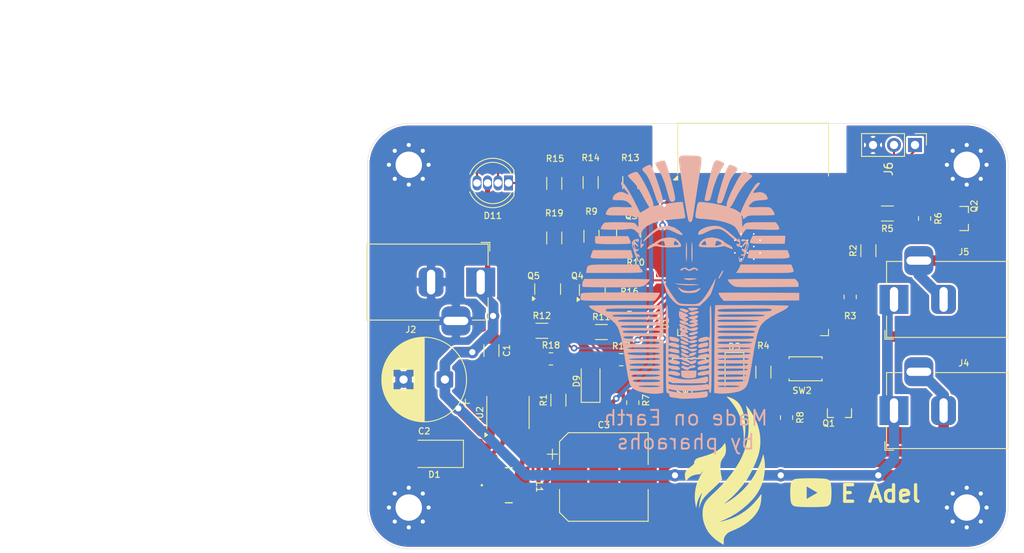
<source format=kicad_pcb>
(kicad_pcb (version 20241229) (generator "pcbnew") (generator_version "9.0")
  (title_block (title "NEON 1M 12V") (date "2025-11-06") (rev "REV1_1"))
  (layers (0 "F.Cu" signal) (2 "B.Cu" signal) (13 "F.Paste" user) (15 "B.Paste" user) (5 "F.SilkS" user "F.Silkscreen") (7 "B.SilkS" user "B.Silkscreen") (1 "F.Mask" user) (3 "B.Mask" user) (25 "Edge.Cuts" user))
  (net 0 "")
  (net 1 "+12V")
  (net 2 "GND")
  (net 3 "+3V3")
  (net 4 "Net-(D1-K)")
  (net 5 "Net-(D5-A)")
  (net 6 "Net-(D9-A)")
  (net 7 "Net-(D11-BK)")
  (net 8 "Net-(D11-RK)")
  (net 9 "Net-(D11-GK)")
  (net 10 "ESP_IO27")
  (net 11 "ESP_IO35")
  (net 12 "ESP_IO25")
  (net 13 "ESP_IO26")
  (net 14 "ESP_EN")
  (net 15 "ESP_IO14")
  (net 16 "ESP_IO33")
  (net 17 "ESP_SVP")
  (net 18 "ESP_IO34")
  (net 19 "ESP_SVN")
  (net 20 "ESP_IO32")
  (net 21 "ESP_IO13")
  (net 22 "ESP_IO12")
  (net 23 "ESP_IO16")
  (net 24 "ESP_IO2")
  (net 25 "ESP_IO22")
  (net 26 "ESP_U0TX")
  (net 27 "ESP_IO5")
  (net 28 "ESP_IO21")
  (net 29 "ESP_IO15")
  (net 30 "ESP_IO4")
  (net 31 "ESP_IO18")
  (net 32 "ESP_IO23")
  (net 33 "ESP_IO19")
  (net 34 "ESP_IO17")
  (net 35 "ESP_IO0")
  (net 36 "ESP_U0RX")
  (net 37 "B_Jack")
  (net 38 "P_Jack")
  (net 39 "Net-(Q1-G)")
  (net 40 "Net-(Q2-G)")
  (net 41 "Net-(Q3-D)")
  (net 42 "Net-(Q3-G)")
  (net 43 "Net-(Q4-D)")
  (net 44 "Net-(Q4-G)")
  (net 45 "Net-(Q5-G)")
  (net 46 "Net-(Q5-D)")
  (net 47 "Net-(R14-Pad2)")
  (net 48 "Net-(R15-Pad2)")
  (footprint "Resistor_SMD:R_0805_2012Metric_Pad1.20x1.40mm_HandSolder" (layer "F.Cu") (at 139.7 58.6)
    (property "Reference" "R17")
    (property "Value" "10k Ohm")
  )
  (footprint "Resistor_SMD:R_1206_3216Metric_Pad1.30x1.75mm_HandSolder" (layer "F.Cu") (at 130.1 55.1)
    (property "Reference" "R12")
    (property "Value" "220 Ohm")
  )
  (footprint "CD43_Inductor:CD43" (layer "F.Cu") (at 126.1 73.8)
    (property "Reference" "L1")
    (property "Value" "47uH / 2A")
  )
  (footprint "Connector_PinHeader_2.54mm:PinHeader_1x03_P2.54mm_Vertical" (layer "F.Cu") (at 175.24 32.6 -90)
    (property "Reference" "J6")
    (property "Value" "Conn_01x03_Pin")
  )
  (footprint "Package_TO_SOT_SMD:SOT-23" (layer "F.Cu") (at 136.2 50.15 90)
    (property "Reference" "Q4")
    (property "Value" "BSS138")
  )
  (footprint "Resistor_SMD:R_1206_3216Metric_Pad1.30x1.75mm_HandSolder" (layer "F.Cu") (at 171.9 40.9 180)
    (property "Reference" "R5")
    (property "Value" "100 Ohm")
  )
  (footprint "MountingHole:MountingHole_3.2mm_M3_Pad_Via" (layer "F.Cu") (at 114 76.5)
    (property "Reference" "H4" (hide yes))
    (property "Value" "MountingHole_Pad")
  )
  (footprint "Resistor_SMD:R_1206_3216Metric_Pad1.30x1.75mm_HandSolder" (layer "F.Cu") (at 169.6 45.4 90)
    (property "Reference" "R2")
    (property "Value" "100 Ohm")
  )
  (footprint "Package_SO:SOIC-8_3.9x4.9mm_P1.27mm" (layer "F.Cu") (at 126 65 90)
    (property "Reference" "U2")
    (property "Value" "XL1509-3.3")
  )
  (footprint "Capacitor_SMD:C_1206_3216Metric" (layer "F.Cu") (at 124 57.5 -90)
    (property "Reference" "C1")
    (property "Value" "1 uF")
  )
  (footprint "Resistor_SMD:R_1206_3216Metric_Pad1.30x1.75mm_HandSolder" (layer "F.Cu") (at 132.1 63.5 -90)
    (property "Reference" "R1")
    (property "Value" "2.2k Ohm")
  )
  (footprint "Capacitor_SMD:CP_Elec_10x10.5" (layer "F.Cu") (at 137.6 72.8)
    (property "Reference" "C3")
    (property "Value" "330uF 50V")
  )
  (footprint "Resistor_SMD:R_0805_2012Metric_Pad1.20x1.40mm_HandSolder" (layer "F.Cu") (at 140.7 52)
    (property "Reference" "R16")
    (property "Value" "10k Ohm")
  )
  (footprint "LED_SMD:LED_1206_3216Metric_Pad1.42x1.75mm_HandSolder" (layer "F.Cu") (at 153.4 60.2 -90)
    (property "Reference" "D5")
    (property "Value" "Blue LED")
  )
  (footprint "custom_SOT23:custom_SOT23" (layer "F.Cu") (at 140.6 43.55)
    (property "Reference" "Q3")
    (property "Value" "BSS138")
  )
  (footprint "LED_THT:LED_D5.0mm-4_RGB" (layer "F.Cu") (at 126.07 37.2 180)
    (property "Reference" "D11")
    (property "Value" "LED_BGAR")
  )
  (footprint "MountingHole:MountingHole_3.2mm_M3_Pad_Via" (layer "F.Cu") (at 114 35)
    (property "Reference" "H2")
    (property "Value" "MountingHole_Pad")
  )
  (footprint "Connector_BarrelJack:BarrelJack_Horizontal" (layer "F.Cu") (at 172.7 64.7575 180)
    (property "Reference" "J4")
    (property "Value" "Barrel_Jack_MountingPin")
  )
  (footprint "Resistor_SMD:R_1206_3216Metric_Pad1.30x1.75mm_HandSolder" (layer "F.Cu") (at 131.6 43.85 -90)
    (property "Reference" "R19")
    (property "Value" "300 Ohm")
  )
  (footprint "Diode_SMD:D_SMA" (layer "F.Cu") (at 117.1 70 180)
    (property "Reference" "D1")
    (property "Value" "1N5822")
  )
  (footprint "LOGO" (layer "F.Cu") (at 153 72)
    (property "Reference" "G***" (hide yes))
    (property "Value" "LOGO" (hide yes))
  )
  (footprint "Resistor_SMD:R_1206_3216Metric_Pad1.30x1.75mm_HandSolder" (layer "F.Cu") (at 137.3 55.25)
    (property "Reference" "R11")
    (property "Value" "220 Ohm")
  )
  (footprint "Package_TO_SOT_SMD:SOT-23" (layer "F.Cu") (at 130.8 50.05 90)
    (property "Reference" "Q5")
    (property "Value" "BSS138")
  )
  (footprint "Connector_BarrelJack:BarrelJack_Horizontal" (layer "F.Cu") (at 172.7 51.3 180)
    (property "Reference" "J5")
    (property "Value" "Barrel_Jack_MountingPin")
  )
  (footprint "Resistor_SMD:R_1206_3216Metric_Pad1.30x1.75mm_HandSolder" (layer "F.Cu") (at 136.1 43.65 -90)
    (property "Reference" "R9")
    (property "Value" "300 Ohm")
  )
  (footprint "Resistor_SMD:R_0805_2012Metric_Pad1.20x1.40mm_HandSolder" (layer "F.Cu") (at 141.1 63.8 -90)
    (property "Reference" "R7")
    (property "Value" "10k Ohm")
  )
  (footprint "Resistor_SMD:R_1206_3216Metric_Pad1.30x1.75mm_HandSolder" (layer "F.Cu") (at 136 37.15 -90)
    (property "Reference" "R14")
    (property "Value" "300 Ohm")
  )
  (footprint "LED_SMD:LED_1206_3216Metric_Pad1.42x1.75mm_HandSolder" (layer "F.Cu") (at 136 61.3 90)
    (property "Reference" "D9")
    (property "Value" "Red Power LED")
  )
  (footprint "Resistor_SMD:R_0805_2012Metric_Pad1.20x1.40mm_HandSolder" (layer "F.Cu") (at 176.4 41.5 -90)
    (property "Reference" "R6")
    (property "Value" "10k Ohm")
  )
  (footprint "LOGO" (layer "F.Cu") (at 147.819596 48.812477)
    (property "Reference" "G***" (hide yes))
    (property "Value" "LOGO" (hide yes))
  )
  (footprint "LOGO" (layer "F.Cu") (at 162.639016 74.701751)
    (property "Reference" "G***" (hide yes))
    (property "Value" "LOGO" (hide yes))
  )
  (footprint "Resistor_SMD:R_1206_3216Metric_Pad1.30x1.75mm_HandSolder" (layer "F.Cu") (at 131.6 37.25 -90)
    (property "Reference" "R15")
    (property "Value" "300 Ohm")
  )
  (footprint "Resistor_SMD:R_0805_2012Metric_Pad1.20x1.40mm_HandSolder" (layer "F.Cu") (at 131.2 58.5)
    (property "Reference" "R18")
    (property "Value" "10k Ohm")
  )
  (footprint "Resistor_SMD:R_1206_3216Metric_Pad1.30x1.75mm_HandSolder" (layer "F.Cu") (at 156.9 60.1 90)
    (property "Reference" "R4")
    (property "Value" "1k Ohm")
  )
  (footprint "custom_SOT23:custom_SOT23" (layer "F.Cu") (at 166.1 64.8 180)
    (property "Reference" "Q1")
    (property "Value" "IRLML2502TRPBF")
  )
  (footprint "Resistor_SMD:R_1206_3216Metric_Pad1.30x1.75mm_HandSolder" (layer "F.Cu") (at 140.8 37.15 -90)
    (property "Reference" "R13")
    (property "Value" "660 Ohm")
  )
  (footprint "TS_button_3_4_2:TS_button_3_4_2" (layer "F.Cu") (at 162 59.7 180)
    (property "Reference" "SW2")
    (property "Value" "SW_Push")
  )
  (footprint "Connector_BarrelJack:BarrelJack_Horizontal" (layer "F.Cu") (at 122.7 49.2)
    (property "Reference" "J2")
    (property "Value" "Barrel_Jack_MountingPin")
  )
  (footprint "Resistor_SMD:R_0805_2012Metric_Pad1.20x1.40mm_HandSolder" (layer "F.Cu") (at 159.7 65.6 -90)
    (property "Reference" "R8")
    (property "Value" "10k Ohm")
  )
  (footprint "MountingHole:MountingHole_3.2mm_M3_Pad_Via" (layer "F.Cu") (at 181.5 76.5)
    (property "Reference" "H3" (hide yes))
    (property "Value" "MountingHole_Pad")
  )
  (footprint "Resistor_SMD:R_1206_3216Metric_Pad1.30x1.75mm_HandSolder" (layer "F.Cu") (at 141.45 48.65)
    (property "Reference" "R10")
    (property "Value" "220 Ohm")
  )
  (footprint "Capacitor_THT:CP_Radial_D10.0mm_P5.00mm" (layer "F.Cu") (at 118.367677 61 180)
    (property "Reference" "C2")
    (property "Value" "470uF 35V")
  )
  (footprint "custom_SOT23:custom_SOT23" (layer "F.Cu") (at 180.9 41.5 -90)
    (property "Reference" "Q2")
    (property "Value" "IRLML2502TRPBF")
  )
  (footprint "TS_button_3_4_2:TS_button_3_4_2" (layer "F.Cu") (at 147.9 59.9 180)
    (property "Reference" "SW1")
    (property "Value" "SW_Push")
  )
  (footprint "MountingHole:MountingHole_3.2mm_M3_Pad_Via" (layer "F.Cu") (at 181.5 35)
    (property "Reference" "H1")
    (property "Value" "MountingHole_Pad")
  )
  (footprint "RF_Module:ESP32-WROOM-32" (layer "F.Cu") (at 155.655 45.81)
    (property "Reference" "U1")
    (property "Value" "ESP32-WROOM-32")
  )
  (footprint "Resistor_SMD:R_0805_2012Metric_Pad1.20x1.40mm_HandSolder" (layer "F.Cu") (at 167.4 51 -90)
    (property "Reference" "R3")
    (property "Value" "10k Ohm")
  )
  (gr_arc (start 181.5 30) (mid 185.035534 31.464466) (end 186.5 35) (stroke (width 0.05)) (layer "Edge.Cuts"))
  (gr_arc (start 186.5 76.5) (mid 185.035534 80.035534) (end 181.5 81.5) (stroke (width 0.05)) (layer "Edge.Cuts"))
  (gr_line (start 109 76.5) (end 109 35) (stroke (width 0.05)) (layer "Edge.Cuts"))
  (gr_line (start 186.5 35) (end 186.5 76.5) (stroke (width 0.05)) (layer "Edge.Cuts"))
  (gr_line (start 114 30) (end 181.5 30) (stroke (width 0.05)) (layer "Edge.Cuts"))
  (gr_arc (start 109 35) (mid 110.464466 31.464466) (end 114 30) (stroke (width 0.05)) (layer "Edge.Cuts"))
  (gr_line (start 181.5 81.5) (end 114 81.5) (stroke (width 0.05)) (layer "Edge.Cuts"))
  (gr_arc (start 114 81.5) (mid 110.464466 80.035534) (end 109 76.5) (stroke (width 0.05)) (layer "Edge.Cuts"))
  (gr_text "E Adel" (at 166 76 0) (layer "F.SilkS") (effects (font (size 2 2) (thickness 0.4) (bold yes)) (justify left bottom)))
  (gr_text "Made on Earth\nby pharaohs" (at 147.5 67.1 0) (layer "B.SilkS") (effects (font (size 1.8 1.8) (thickness 0.225)) (justify mirror)))
  (segment (start 171.9 52.1) (end 171.9 55.8) (width 1.27) (layer "F.Cu") (net 1))
  (segment (start 119.99 64.49) (end 122.8 67.3) (width 1.27) (layer "F.Cu") (net 1))
  (segment (start 124.2 55.825) (end 124 56.025) (width 1.27) (layer "F.Cu") (net 1))
  (segment (start 119.716162 57.683838) (end 121.683838 57.683838) (width 1.27) (layer "F.Cu") (net 1))
  (segment (start 183.3 59.9) (end 183.3 67.5) (width 1.27) (layer "F.Cu") (net 1))
  (segment (start 171.9 55.8) (end 171.9 63.9575) (width 1.27) (layer "F.Cu") (net 1))
  (segment (start 123.53 37.2) (end 123.53 48.37) (width 0.635) (layer "F.Cu") (net 1))
  (segment (start 122.7 50.5) (end 124.2 52) (width 1.27) (layer "F.Cu") (net 1))
  (segment (start 118.367677 59.032323) (end 119.716162 57.683838) (width 1.27) (layer "F.Cu") (net 1))
  (segment (start 119.99 64.49) (end 118.367677 62.867677) (width 1.27) (layer "F.Cu") (net 1))
  (segment (start 118.367677 61) (end 118.367677 59.032323) (width 1.27) (layer "F.Cu") (net 1))
  (segment (start 123.7 67.3) (end 123.7 67.9) (width 1.27) (layer "F.Cu") (net 1))
  (segment (start 122.7 49.2) (end 122.7 50.5) (width 1.27) (layer "F.Cu") (net 1))
  (segment (start 171.9 55.8) (end 179.2 55.8) (width 1.27) (layer "F.Cu") (net 1))
  (segment (start 171.9 63.9575) (end 172.7 64.7575) (width 1.27) (layer "F.Cu") (net 1))
  (segment (start 118.367677 61) (end 118.4 61) (width 1.27) (layer "F.Cu") (net 1))
  (segment (start 172.7 51.3) (end 171.9 52.1) (width 1.27) (layer "F.Cu") (net 1))
  (segment (start 124.2 52) (end 124.2 55.825) (width 1.27) (layer "F.Cu") (net 1))
  (segment (start 183.3 67.5) (end 178.2 72.6) (width 1.27) (layer "F.Cu") (net 1))
  (segment (start 118.367677 62.867677) (end 118.367677 61) (width 1.27) (layer "F.Cu") (net 1))
  (segment (start 179.2 55.8) (end 183.3 59.9) (width 1.27) (layer "F.Cu") (net 1))
  (segment (start 122.8 67.3) (end 123.7 67.3) (width 1.27) (layer "F.Cu") (net 1))
  (segment (start 159 72.6) (end 170.8 72.6) (width 1.27) (layer "F.Cu") (net 1))
  (segment (start 123.342676 56.025) (end 121.683838 57.683838) (width 1.27) (layer "F.Cu") (net 1))
  (segment (start 124 56.025) (end 123.342676 56.025) (width 1.27) (layer "F.Cu") (net 1))
  (segment (start 178.2 72.6) (end 170.8 72.6) (width 1.27) (layer "F.Cu") (net 1))
  (segment (start 146.2 72.6) (end 159 72.6) (width 1.27) (layer "F.Cu") (net 1))
  (segment (start 123.53 48.37) (end 122.7 49.2) (width 0.635) (layer "F.Cu") (net 1))
  (via (at 146.2 72.6) (size 1.5) (drill 0.75) (layers "F.Cu" "B.Cu") (net 1))
  (via (at 124.2 53.3) (size 1.5) (drill 0.75) (layers "F.Cu" "B.Cu") (net 1))
  (via (at 159 72.6) (size 1.5) (drill 0.75) (layers "F.Cu" "B.Cu") (net 1))
  (via (at 121.683838 57.683838) (size 1.5) (drill 0.75) (layers "F.Cu" "B.Cu") (net 1))
  (via (at 170.8 72.6) (size 1.5) (drill 0.75) (layers "F.Cu" "B.Cu") (net 1))
  (via (at 119.99 64.49) (size 1.5) (drill 0.75) (layers "F.Cu" "B.Cu") (net 1))
  (segment (start 172.7 64.7575) (end 171.9 63.9575) (width 1.27) (layer "B.Cu") (net 1))
  (segment (start 121.683838 57.683838) (end 121.667676 57.7) (width 1.27) (layer "B.Cu") (net 1))
  (segment (start 118.367677 59.032323) (end 119.716162 57.683838) (width 1.27) (layer "B.Cu") (net 1))
  (segment (start 124.2 52) (end 122.7 50.5) (width 1.27) (layer "B.Cu") (net 1))
  (segment (start 122.7 50.5) (end 122.7 49.2) (width 1.27) (layer "B.Cu") (net 1))
  (segment (start 121.683838 57.683838) (end 124.2 55.167677) (width 1.27) (layer "B.Cu") (net 1))
  (segment (start 118.367677 62.867677) (end 118.367677 61) (width 1.27) (layer "B.Cu") (net 1))
  (segment (start 170.8 72.6) (end 172.7 70.7) (width 1.27) (layer "B.Cu") (net 1))
  (segment (start 119.99 64.49) (end 120.09 64.49) (width 1.27) (layer "B.Cu") (net 1))
  (segment (start 119.99 64.49) (end 118.367677 62.867677) (width 1.27) (layer "B.Cu") (net 1))
  (segment (start 119.716162 57.683838) (end 121.683838 57.683838) (width 1.27) (layer "B.Cu") (net 1))
  (segment (start 124.2 55.167677) (end 124.2 53.3) (width 1.27) (layer "B.Cu") (net 1))
  (segment (start 172.7 70.7) (end 172.7 64.7575) (width 1.27) (layer "B.Cu") (net 1))
  (segment (start 124.2 53.3) (end 124.2 52) (width 1.27) (layer "B.Cu") (net 1))
  (segment (start 128.2 72.6) (end 170.8 72.6) (width 1.27) (layer "B.Cu") (net 1))
  (segment (start 171.9 52.1) (end 172.7 51.3) (width 1.27) (layer "B.Cu") (net 1))
  (segment (start 120.09 64.49) (end 128.2 72.6) (width 1.27) (layer "B.Cu") (net 1))
  (segment (start 118.367677 61) (end 118.367677 59.032323) (width 1.27) (layer "B.Cu") (net 1))
  (segment (start 171.9 63.9575) (end 171.9 52.1) (width 1.27) (layer "B.Cu") (net 1))
  (segment (start 126.635 68.449999) (end 127.7256 69.540599) (width 0.508) (layer "F.Cu") (net 3))
  (segment (start 138.7 65) (end 138.7 63.7) (width 0.508) (layer "F.Cu") (net 3))
  (segment (start 146.835 38.9) (end 146.905 38.83) (width 0.508) (layer "F.Cu") (net 3))
  (segment (start 144.9 39.9) (end 145.9 38.9) (width 0.508) (layer "F.Cu") (net 3))
  (segment (start 138.7 63.7) (end 139.1 63.3) (width 0.508) (layer "F.Cu") (net 3))
  (segment (start 126.635 67.475) (end 126.635 68.449999) (width 0.508) (layer "F.Cu") (net 3))
  (segment (start 127.7256 69.540599) (end 127.7256 73.8) (width 0.508) (layer "F.Cu") (net 3))
  (segment (start 145.9 38.9) (end 146.835 38.9) (width 0.508) (layer "F.Cu") (net 3))
  (segment (start 149.3 66.6) (end 147.5 64.8) (width 0.508) (layer "F.Cu") (net 3))
  (segment (start 138.7 65) (end 140.9 65) (width 0.508) (layer "F.Cu") (net 3))
  (segment (start 147.5 64.8) (end 141.1 64.8) (width 0.508) (layer "F.Cu") (net 3))
  (segment (start 130.2 73.8) (end 131.2 72.8) (width 0.508) (layer "F.Cu") (net 3))
  (segment (start 131.2 72.8) (end 133.4 72.8) (width 0.508) (layer "F.Cu") (net 3))
  (segment (start 129.7 67.45) (end 132.1 65.05) (width 0.508) (layer "F.Cu") (net 3))
  (segment (start 132.1 65.05) (end 132.15 65) (width 0.508) (layer "F.Cu") (net 3))
  (segment (start 159.7 66.6) (end 149.3 66.6) (width 0.508) (layer "F.Cu") (net 3))
  (segment (start 129.7 73.8) (end 129.7 67.45) (width 0.508) (layer "F.Cu") (net 3))
  (segment (start 127.7256 73.8) (end 129.7 73.8) (width 0.508) (layer "F.Cu") (net 3))
  (segment (start 140.9 65) (end 141.1 64.8) (width 0.508) (layer "F.Cu") (net 3))
  (segment (start 127.7256 73.8) (end 130.2 73.8) (width 0.508) (layer "F.Cu") (net 3))
  (segment (start 132.15 65) (end 138.7 65) (width 0.508) (layer "F.Cu") (net 3))
  (via (at 144.9 39.9) (size 0.8) (drill 0.4) (layers "F.Cu" "B.Cu") (net 3))
  (via (at 139.1 63.3) (size 0.8) (drill 0.4) (layers "F.Cu" "B.Cu") (net 3))
  (segment (start 143.3 41.5) (end 144.9 39.9) (width 0.508) (layer "B.Cu") (net 3))
  (segment (start 143.3 59.1) (end 143.3 41.5) (width 0.508) (layer "B.Cu") (net 3))
  (segment (start 139.1 63.3) (end 143.3 59.1) (width 0.508) (layer "B.Cu") (net 3))
  (segment (start 124.1 70) (end 125.365 68.735) (width 0.508) (layer "F.Cu") (net 4))
  (segment (start 124.4744 73.8) (end 124.4744 70.3744) (width 0.508) (layer "F.Cu") (net 4))
  (segment (start 125.365 68.735) (end 125.365 67.475) (width 0.508) (layer "F.Cu") (net 4))
  (segment (start 124.4744 70.3744) (end 124.1 70) (width 0.508) (layer "F.Cu") (net 4))
  (segment (start 119.1 70) (end 124.1 70) (width 0.508) (layer "F.Cu") (net 4))
  (segment (start 153.4 61.6875) (end 156.8625 61.6875) (width 0.254) (layer "F.Cu") (net 5))
  (segment (start 156.8625 61.6875) (end 156.9 61.65) (width 0.254) (layer "F.Cu") (net 5))
  (segment (start 133.6875 59.8125) (end 136 59.8125) (width 0.254) (layer "F.Cu") (net 6))
  (segment (start 132.1 61.4) (end 133.6875 59.8125) (width 0.254) (layer "F.Cu") (net 6))
  (segment (start 132.1 61.95) (end 132.1 61.4) (width 0.254) (layer "F.Cu") (net 6))
  (segment (start 126.07 37.2) (end 128.9 37.2) (width 0.254) (layer "F.Cu") (net 7))
  (segment (start 130.4 35.7) (end 131.6 35.7) (width 0.254) (layer "F.Cu") (net 7))
  (segment (start 128.9 37.2) (end 130.4 35.7) (width 0.254) (layer "F.Cu") (net 7))
  (segment (start 122.26 37.2) (end 122.26 35.64) (width 0.254) (layer "F.Cu") (net 8))
  (segment (start 122.26 35.64) (end 126.2 31.7) (width 0.254) (layer "F.Cu") (net 8))
  (segment (start 126.2 31.7) (end 136.9 31.7) (width 0.254) (layer "F.Cu") (net 8))
  (segment (start 136.9 31.7) (end 140.8 35.6) (width 0.254) (layer "F.Cu") (net 8))
  (segment (start 133.7 33.3) (end 136 35.6) (width 0.254) (layer "F.Cu") (net 9))
  (segment (start 124.8 35.8) (end 127.3 33.3) (width 0.254) (layer "F.Cu") (net 9))
  (segment (start 127.3 33.3) (end 133.7 33.3) (width 0.254) (layer "F.Cu") (net 9))
  (segment (start 124.8 37.2) (end 124.8 35.8) (width 0.254) (layer "F.Cu") (net 9))
  (segment (start 133.75 57.2) (end 131.65 55.1) (width 0.254) (layer "F.Cu") (net 10))
  (segment (start 141.7 56.2) (end 146.37 51.53) (width 0.254) (layer "F.Cu") (net 10))
  (segment (start 146.37 51.53) (end 146.905 51.53) (width 0.254) (layer "F.Cu") (net 10))
  (segment (start 134 57.2) (end 133.75 57.2) (width 0.254) (layer "F.Cu") (net 10))
  (via (at 134 57.2) (size 0.8) (drill 0.4) (layers "F.Cu" "B.Cu") (net 10))
  (via (at 141.7 56.2) (size 0.8) (drill 0.4) (layers "F.Cu" "B.Cu") (net 10))
  (segment (start 141.7 56.2) (end 140.7 57.2) (width 0.254) (layer "B.Cu") (net 10))
  (segment (start 140.7 57.2) (end 134 57.2) (width 0.254) (layer "B.Cu") (net 10))
  (segment (start 146.905 48.99) (end 143.34 48.99) (width 0.254) (layer "F.Cu") (net 12))
  (segment (start 143.34 48.99) (end 143 48.65) (width 0.254) (layer "F.Cu") (net 12))
  (segment (start 145.84 50.26) (end 146.905 50.26) (width 0.254) (layer "F.Cu") (net 13))
  (segment (start 140.85 55.25) (end 145.84 50.26) (width 0.254) (layer "F.Cu") (net 13))
  (segment (start 138.85 55.25) (end 140.85 55.25) (width 0.254) (layer "F.Cu") (net 13))
  (segment (start 141.1 62.8) (end 141.2 62.8) (width 0.254) (layer "F.Cu") (net 14))
  (segment (start 144.7 56.7) (end 144.7 56) (width 0.254) (layer "F.Cu") (net 14))
  (segment (start 144.7 41.6) (end 146.2 40.1) (width 0.254) (layer "F.Cu") (net 14))
  (segment (start 144.7 42.3) (end 144.7 41.6) (width 0.254) (layer "F.Cu") (net 14))
  (segment (start 145.825 59.9) (end 145.825 57.825) (width 0.254) (layer "F.Cu") (net 14))
  (segment (start 141.2 62.8) (end 144.1 59.9) (width 0.254) (layer "F.Cu") (net 14))
  (segment (start 145.825 57.825) (end 145 57) (width 0.254) (layer "F.Cu") (net 14))
  (segment (start 145 57) (end 144.7 56.7) (width 0.254) (layer "F.Cu") (net 14))
  (segment (start 146.2 40.1) (end 146.905 40.1) (width 0.254) (layer "F.Cu") (net 14))
  (segment (start 144.1 59.9) (end 145.825 59.9) (width 0.254) (layer "F.Cu") (net 14))
  (via (at 144.7 56) (size 0.8) (drill 0.4) (layers "F.Cu" "B.Cu") (net 14))
  (via (at 144.7 42.3) (size 0.8) (drill 0.4) (layers "F.Cu" "B.Cu") (net 14))
  (segment (start 144.7 56) (end 144.7 42.3) (width 0.254) (layer "B.Cu") (net 14))
  (segment (start 157.9937 58.55) (end 159.5437 57) (width 0.254) (layer "F.Cu") (net 24))
  (segment (start 156.9 58.55) (end 157.9937 58.55) (width 0.254) (layer "F.Cu") (net 24))
  (segment (start 161.3 55.3963) (end 161.2237 55.32) (width 0.254) (layer "F.Cu") (net 24))
  (segment (start 159.5437 57) (end 160.4 57) (width 0.254) (layer "F.Cu") (net 24))
  (segment (start 161.2237 55.32) (end 161.375 55.32) (width 0.254) (layer "F.Cu") (net 24))
  (segment (start 161.3 56.1) (end 161.3 55.3963) (width 0.254) (layer "F.Cu") (net 24))
  (segment (start 160.4 57) (end 161.3 56.1) (width 0.254) (layer "F.Cu") (net 24))
  (segment (start 165.33 41.37) (end 164.405 41.37) (width 0.254) (layer "F.Cu") (net 26))
  (segment (start 172.7 32.6) (end 172.7 34) (width 0.254) (layer "F.Cu") (net 26))
  (segment (start 172.7 34) (end 165.33 41.37) (width 0.254) (layer "F.Cu") (net 26))
  (segment (start 169.35 43.85) (end 165.48 47.72) (width 0.254) (layer "F.Cu") (net 31))
  (segment (start 169.6 43.85) (end 169.35 43.85) (width 0.254) (layer "F.Cu") (net 31))
  (segment (start 165.48 47.72) (end 164.405 47.72) (width 0.254) (layer "F.Cu") (net 31))
  (segment (start 164.405 46.45) (end 165.409 46.45) (width 0.254) (layer "F.Cu") (net 33))
  (segment (start 165.409 46.45) (end 166.4 45.459) (width 0.254) (layer "F.Cu") (net 33))
  (segment (start 166.4 45.459) (end 166.4 43.6) (width 0.254) (layer "F.Cu") (net 33))
  (segment (start 166.4 43.6) (end 169.1 40.9) (width 0.254) (layer "F.Cu") (net 33))
  (segment (start 169.1 40.9) (end 169.95 40.9) (width 0.254) (layer "F.Cu") (net 33))
  (segment (start 164.405 54.795) (end 159.925 59.275) (width 0.254) (layer "F.Cu") (net 35))
  (segment (start 159.925 59.7) (end 159.925 64.375) (width 0.254) (layer "F.Cu") (net 35))
  (segment (start 159.925 64.375) (end 159.7 64.6) (width 0.254) (layer "F.Cu") (net 35))
  (segment (start 159.925 59.275) (end 159.925 59.7) (width 0.254) (layer "F.Cu") (net 35))
  (segment (start 164.405 54.07) (end 164.405 54.795) (width 0.254) (layer "F.Cu") (net 35))
  (segment (start 165.86 42.64) (end 164.405 42.64) (width 0.254) (layer "F.Cu") (net 36))
  (segment (start 175.24 33.26) (end 165.86 42.64) (width 0.254) (layer "F.Cu") (net 36))
  (segment (start 175.24 32.6) (end 175.24 33.26) (width 0.254) (layer "F.Cu") (net 36))
  (segment (start 177 69.7) (end 167.3 69.7) (width 1.27) (layer "F.Cu") (net 37))
  (segment (start 178.7 64.7575) (end 178.7 62.9) (width 1.27) (layer "F.Cu") (net 37))
  (segment (start 167.3 69.7) (end 166.1 68.5) (width 1.27) (layer "F.Cu") (net 37))
  (segment (start 178.7 64.7575) (end 178.7 68) (width 1.27) (layer "F.Cu") (net 37))
  (segment (start 178.7 62.9) (end 175.8575 60.0575) (width 1.27) (layer "F.Cu") (net 37))
  (segment (start 175.8575 60.0575) (end 175.7 60.0575) (width 1.27) (layer "F.Cu") (net 37))
  (segment (start 166.1 68.5) (end 166.1 65.86) (width 1.27) (layer "F.Cu") (net 37))
  (segment (start 178.7 68) (end 177 69.7) (width 1.27) (layer "F.Cu") (net 37))
  (segment (start 175.8575 60.0575) (end 178.7 62.9) (width 1.27) (layer "B.Cu") (net 37))
  (segment (start 178.7 62.9) (end 178.7 64.7575) (width 1.27) (layer "B.Cu") (net 37))
  (segment (start 175.7 60.0575) (end 175.8575 60.0575) (width 1.27) (layer "B.Cu") (net 37))
  (segment (start 182.6 44.7) (end 180.7 46.6) (width 1.27) (layer "F.Cu") (net 38))
  (segment (start 182 41.5) (end 182.6 42.1) (width 1.27) (layer "F.Cu") (net 38))
  (segment (start 181.96 41.5) (end 182 41.5) (width 1.27) (layer "F.Cu") (net 38))
  (segment (start 178.7 51.3) (end 175.7 48.3) (width 1.27) (layer "F.Cu") (net 38))
  (segment (start 175.7 48.3) (end 175.7 46.6) (width 1.27) (layer "F.Cu") (net 38))
  (segment (start 180.7 46.6) (end 175.7 46.6) (width 1.27) (layer "F.Cu") (net 38))
  (segment (start 182.6 42.1) (end 182.6 44.7) (width 1.27) (layer "F.Cu") (net 38))
  (segment (start 175.7 46.6) (end 175.7 48.3) (width 1.27) (layer "B.Cu") (net 38))
  (segment (start 175.7 48.3) (end 178.7 51.3) (width 1.27) (layer "B.Cu") (net 38))
  (segment (start 167.05 58.85) (end 167.05 63.74) (width 0.254) (layer "F.Cu") (net 39))
  (segment (start 167.4 50) (end 168.2 50) (width 0.254) (layer "F.Cu") (net 39))
  (segment (start 168.9 50.7) (end 168.9 57) (width 0.254) (layer "F.Cu") (net 39))
  (segment (start 167.4 48.2) (end 167.4 50) (width 0.254) (layer "F.Cu") (net 39))
  (segment (start 169.6 46.95) (end 168.65 46.95) (width 0.254) (layer "F.Cu") (net 39))
  (segment (start 168.2 50) (end 168.9 50.7) (width 0.254) (layer "F.Cu") (net 39))
  (segment (start 168.9 57) (end 167.05 58.85) (width 0.254) (layer "F.Cu") (net 39))
  (segment (start 168.65 46.95) (end 167.4 48.2) (width 0.254) (layer "F.Cu") (net 39))
  (segment (start 174.9 40.5) (end 176.4 40.5) (width 0.254) (layer "F.Cu") (net 40))
  (segment (start 174.5 40.9) (end 174.9 40.5) (width 0.254) (layer "F.Cu") (net 40))
  (segment (start 173.45 40.9) (end 174.5 40.9) (width 0.254) (layer "F.Cu") (net 40))
  (segment (start 176.45 40.55) (end 176.4 40.5) (width 0.254) (layer "F.Cu") (net 40))
  (segment (start 179.84 40.55) (end 176.45 40.55) (width 0.254) (layer "F.Cu") (net 40))
  (segment (start 140.6 42.49) (end 140.6 38.9) (width 0.254) (layer "F.Cu") (net 41))
  (segment (start 140.6 38.9) (end 140.8 38.7) (width 0.254) (layer "F.Cu") (net 41))
  (segment (start 139.6 48.35) (end 139.6 44.66) (width 0.254) (layer "F.Cu") (net 42))
  (segment (start 139.6 44.66) (end 139.65 44.61) (width 0.254) (layer "F.Cu") (net 42))
  (segment (start 139.7 52) (end 139.7 50.6) (width 0.254) (layer "F.Cu") (net 42))
  (segment (start 139.9 50.4) (end 139.9 48.65) (width 0.254) (layer "F.Cu") (net 42))
  (segment (start 139.7 50.6) (end 139.9 50.4) (width 0.254) (layer "F.Cu") (net 42))
  (segment (start 139.65 44.61) (end 139.65 44.65) (width 0.254) (layer "F.Cu") (net 42))
  (segment (start 139.9 48.65) (end 139.6 48.35) (width 0.254) (layer "F.Cu") (net 42))
  (segment (start 136.1 48.95) (end 136.2 49.05) (width 0.254) (layer "F.Cu") (net 43))
  (segment (start 136.1 45.2) (end 136.1 48.95) (width 0.254) (layer "F.Cu") (net 43))
  (segment (start 138.7 58.6) (end 138 58.6) (width 0.254) (layer "F.Cu") (net 44))
  (segment (start 138 58.6) (end 135.75 56.35) (width 0.254) (layer "F.Cu") (net 44))
  (segment (start 135.75 53.55) (end 135.25 53.05) (width 0.254) (layer "F.Cu") (net 44))
  (segment (start 135.75 55.25) (end 135.75 53.55) (width 0.254) (layer "F.Cu") (net 44))
  (segment (start 135.75 56.35) (end 135.75 55.25) (width 0.254) (layer "F.Cu") (net 44))
  (segment (start 135.25 53.05) (end 135.25 51.25) (width 0.254) (layer "F.Cu") (net 44))
  (segment (start 128.55 53.55) (end 128.55 55.1) (width 0.254) (layer "F.Cu") (net 45))
  (segment (start 129.2 58.5) (end 128.5 57.8) (width 0.254) (layer "F.Cu") (net 45))
  (segment (start 129.85 51.15) (end 129.85 52.25) (width 0.254) (layer "F.Cu") (net 45))
  (segment (start 128.5 55.15) (end 128.55 55.1) (width 0.254) (layer "F.Cu") (net 45))
  (segment (start 128.5 57.8) (end 128.5 55.15) (width 0.254) (layer "F.Cu") (net 45))
  (segment (start 129.85 52.25) (end 128.55 53.55) (width 0.254) (layer "F.Cu") (net 45))
  (segment (start 130.2 58.5) (end 129.2 58.5) (width 0.254) (layer "F.Cu") (net 45))
  (segment (start 131.6 48.15) (end 130.8 48.95) (width 0.254) (layer "F.Cu") (net 46))
  (segment (start 131.6 45.4) (end 131.6 48.15) (width 0.254) (layer "F.Cu") (net 46))
  (segment (start 136.1 38.8) (end 136 38.7) (width 0.254) (layer "F.Cu") (net 47))
  (segment (start 136.1 42.1) (end 136.1 38.8) (width 0.254) (layer "F.Cu") (net 47))
  (segment (start 131.6 42.3) (end 131.6 38.8) (width 0.254) (layer "F.Cu") (net 48))
  (zone (net 2) (net_name "GND") (layers "F.Cu" "B.Cu") (connect_pads (clearance 0.254)) (min_thickness 0.254) (fill yes (thermal_gap 0.254) (thermal_bridge_width 1.016))
    (polygon (pts (xy 108 29) (xy 187 29) (xy 187 82) (xy 108 82)))
  )
)
</source>
